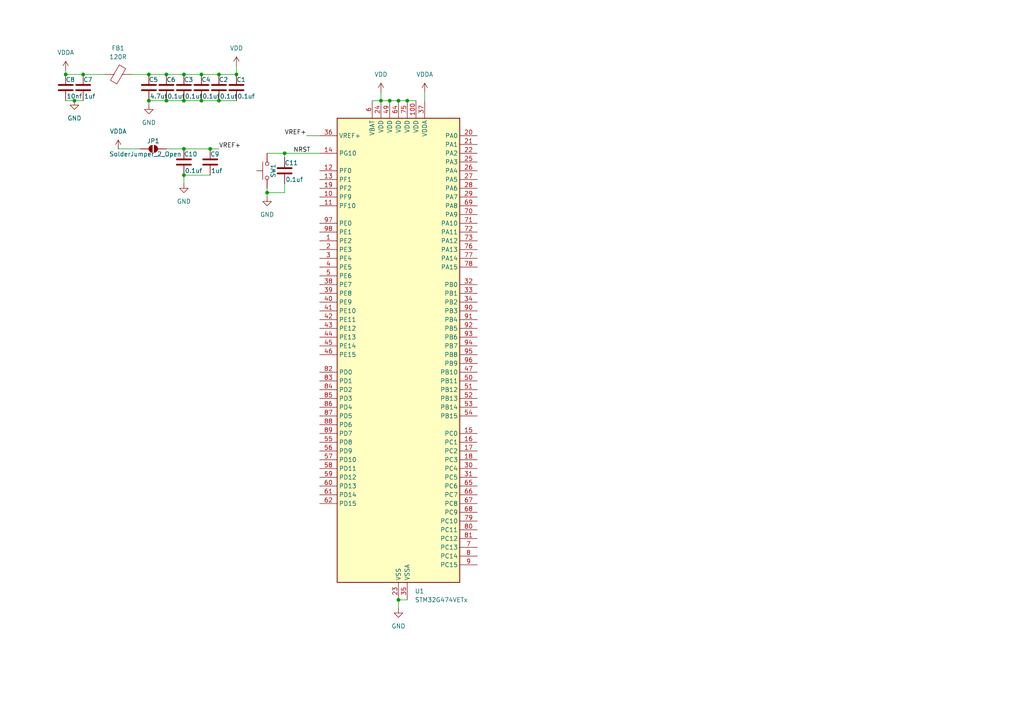
<source format=kicad_sch>
(kicad_sch (version 20231120) (generator "eeschema") (generator_version "8.0")
  (paper "A4")
  (lib_symbols
    (symbol "Device:C" (pin_numbers hide) (pin_names (offset 0.254))
      (property "Reference" "C" (at 0.635 2.54 0))
      (property "Value" "C" (at 0.635 -2.54 0))
      (symbol "C_0_1"
        (polyline (pts (xy -2.032 -0.762) (xy 2.032 -0.762)) (stroke (width 0.508)))
        (polyline (pts (xy -2.032 0.762) (xy 2.032 0.762)) (stroke (width 0.508)))
      )
      (symbol "C_1_1"
        (pin passive line (at 0 3.81 270) (length 2.794) (name "~") (number "1"))
        (pin passive line (at 0 -3.81 90) (length 2.794) (name "~") (number "2"))
      )
    )
    (symbol "Device:FerriteBead" (pin_numbers hide) (pin_names (offset 0))
      (property "Reference" "FB" (at -3.81 0.635 90))
      (property "Value" "FerriteBead" (at 3.81 0 90))
      (symbol "FerriteBead_0_1"
        (polyline (pts (xy 0 -1.27) (xy 0 -1.2192)))
        (polyline (pts (xy 0 1.27) (xy 0 1.2954)))
        (polyline (pts (xy -2.7686 0.4064) (xy -1.7018 2.2606) (xy 2.7686 -0.3048) (xy 1.6764 -2.159) (xy -2.7686 0.4064)))
      )
      (symbol "FerriteBead_1_1"
        (pin passive line (at 0 3.81 270) (length 2.54) (name "~") (number "1"))
        (pin passive line (at 0 -3.81 90) (length 2.54) (name "~") (number "2"))
      )
    )
    (symbol "Jumper:SolderJumper_2_Open" (pin_numbers hide) (pin_names (offset 0) hide) (exclude_from_sim yes) (in_bom no)
      (property "Reference" "JP" (at 0 2.032 0))
      (property "Value" "SolderJumper_2_Open" (at 0 -2.54 0))
      (symbol "SolderJumper_2_Open_0_1"
        (arc (start -0.254 1.016) (mid -1.2656 0) (end -0.254 -1.016))
        (arc (start -0.254 1.016) (mid -1.2656 0) (end -0.254 -1.016) (fill (type outline)))
        (polyline (pts (xy -0.254 1.016) (xy -0.254 -1.016)))
        (polyline (pts (xy 0.254 1.016) (xy 0.254 -1.016)))
        (arc (start 0.254 -1.016) (mid 1.2656 0) (end 0.254 1.016))
        (arc (start 0.254 -1.016) (mid 1.2656 0) (end 0.254 1.016) (fill (type outline)))
      )
      (symbol "SolderJumper_2_Open_1_1"
        (pin passive line (at -3.81 0 0) (length 2.54) (name "A") (number "1"))
        (pin passive line (at 3.81 0 180) (length 2.54) (name "B") (number "2"))
      )
    )
    (symbol "MCU_ST_STM32G4:STM32G474VETx"
      (property "Reference" "U" (at -17.78 69.85 0))
      (property "Value" "STM32G474VETx" (at 10.16 69.85 0))
      (symbol "STM32G474VETx_0_1"
        (rectangle (start -17.78 -66.04) (end 17.78 68.58) (stroke (width 0.254)) (fill (type background)))
      )
      (symbol "STM32G474VETx_1_1"
        (pin bidirectional line (at -22.86 33.02 0) (length 5.08) (name "PE2") (number "1"))
        (pin bidirectional line (at -22.86 45.72 0) (length 5.08) (name "PF9") (number "10"))
        (pin power_in line (at 5.08 73.66 270) (length 5.08) (name "VDD") (number "100"))
        (pin bidirectional line (at -22.86 43.18 0) (length 5.08) (name "PF10") (number "11"))
        (pin bidirectional line (at -22.86 53.34 0) (length 5.08) (name "PF0") (number "12"))
        (pin bidirectional line (at -22.86 50.8 0) (length 5.08) (name "PF1") (number "13"))
        (pin bidirectional line (at -22.86 58.42 0) (length 5.08) (name "PG10") (number "14"))
        (pin bidirectional line (at 22.86 -22.86 180) (length 5.08) (name "PC0") (number "15"))
        (pin bidirectional line (at 22.86 -25.4 180) (length 5.08) (name "PC1") (number "16"))
        (pin bidirectional line (at 22.86 -27.94 180) (length 5.08) (name "PC2") (number "17"))
        (pin bidirectional line (at 22.86 -30.48 180) (length 5.08) (name "PC3") (number "18"))
        (pin bidirectional line (at -22.86 48.26 0) (length 5.08) (name "PF2") (number "19"))
        (pin bidirectional line (at -22.86 30.48 0) (length 5.08) (name "PE3") (number "2"))
        (pin bidirectional line (at 22.86 63.5 180) (length 5.08) (name "PA0") (number "20"))
        (pin bidirectional line (at 22.86 60.96 180) (length 5.08) (name "PA1") (number "21"))
        (pin bidirectional line (at 22.86 58.42 180) (length 5.08) (name "PA2") (number "22"))
        (pin power_in line (at 0 -71.12 90) (length 5.08) (name "VSS") (number "23"))
        (pin power_in line (at -5.08 73.66 270) (length 5.08) (name "VDD") (number "24"))
        (pin bidirectional line (at 22.86 55.88 180) (length 5.08) (name "PA3") (number "25"))
        (pin bidirectional line (at 22.86 53.34 180) (length 5.08) (name "PA4") (number "26"))
        (pin bidirectional line (at 22.86 50.8 180) (length 5.08) (name "PA5") (number "27"))
        (pin bidirectional line (at 22.86 48.26 180) (length 5.08) (name "PA6") (number "28"))
        (pin bidirectional line (at 22.86 45.72 180) (length 5.08) (name "PA7") (number "29"))
        (pin bidirectional line (at -22.86 27.94 0) (length 5.08) (name "PE4") (number "3"))
        (pin bidirectional line (at 22.86 -33.02 180) (length 5.08) (name "PC4") (number "30"))
        (pin bidirectional line (at 22.86 -35.56 180) (length 5.08) (name "PC5") (number "31"))
        (pin bidirectional line (at 22.86 20.32 180) (length 5.08) (name "PB0") (number "32"))
        (pin bidirectional line (at 22.86 17.78 180) (length 5.08) (name "PB1") (number "33"))
        (pin bidirectional line (at 22.86 15.24 180) (length 5.08) (name "PB2") (number "34"))
        (pin power_in line (at 2.54 -71.12 90) (length 5.08) (name "VSSA") (number "35"))
        (pin input line (at -22.86 63.5 0) (length 5.08) (name "VREF+") (number "36"))
        (pin power_in line (at 7.62 73.66 270) (length 5.08) (name "VDDA") (number "37"))
        (pin bidirectional line (at -22.86 20.32 0) (length 5.08) (name "PE7") (number "38"))
        (pin bidirectional line (at -22.86 17.78 0) (length 5.08) (name "PE8") (number "39"))
        (pin bidirectional line (at -22.86 25.4 0) (length 5.08) (name "PE5") (number "4"))
        (pin bidirectional line (at -22.86 15.24 0) (length 5.08) (name "PE9") (number "40"))
        (pin bidirectional line (at -22.86 12.7 0) (length 5.08) (name "PE10") (number "41"))
        (pin bidirectional line (at -22.86 10.16 0) (length 5.08) (name "PE11") (number "42"))
        (pin bidirectional line (at -22.86 7.62 0) (length 5.08) (name "PE12") (number "43"))
        (pin bidirectional line (at -22.86 5.08 0) (length 5.08) (name "PE13") (number "44"))
        (pin bidirectional line (at -22.86 2.54 0) (length 5.08) (name "PE14") (number "45"))
        (pin bidirectional line (at -22.86 0 0) (length 5.08) (name "PE15") (number "46"))
        (pin bidirectional line (at 22.86 -5.08 180) (length 5.08) (name "PB10") (number "47"))
        (pin passive line (at 0 -71.12 90) (length 5.08) hide (name "VSS") (number "48"))
        (pin power_in line (at -2.54 73.66 270) (length 5.08) (name "VDD") (number "49"))
        (pin bidirectional line (at -22.86 22.86 0) (length 5.08) (name "PE6") (number "5"))
        (pin bidirectional line (at 22.86 -7.62 180) (length 5.08) (name "PB11") (number "50"))
        (pin bidirectional line (at 22.86 -10.16 180) (length 5.08) (name "PB12") (number "51"))
        (pin bidirectional line (at 22.86 -12.7 180) (length 5.08) (name "PB13") (number "52"))
        (pin bidirectional line (at 22.86 -15.24 180) (length 5.08) (name "PB14") (number "53"))
        (pin bidirectional line (at 22.86 -17.78 180) (length 5.08) (name "PB15") (number "54"))
        (pin bidirectional line (at -22.86 -25.4 0) (length 5.08) (name "PD8") (number "55"))
        (pin bidirectional line (at -22.86 -27.94 0) (length 5.08) (name "PD9") (number "56"))
        (pin bidirectional line (at -22.86 -30.48 0) (length 5.08) (name "PD10") (number "57"))
        (pin bidirectional line (at -22.86 -33.02 0) (length 5.08) (name "PD11") (number "58"))
        (pin bidirectional line (at -22.86 -35.56 0) (length 5.08) (name "PD12") (number "59"))
        (pin power_in line (at -7.62 73.66 270) (length 5.08) (name "VBAT") (number "6"))
        (pin bidirectional line (at -22.86 -38.1 0) (length 5.08) (name "PD13") (number "60"))
        (pin bidirectional line (at -22.86 -40.64 0) (length 5.08) (name "PD14") (number "61"))
        (pin bidirectional line (at -22.86 -43.18 0) (length 5.08) (name "PD15") (number "62"))
        (pin passive line (at 0 -71.12 90) (length 5.08) hide (name "VSS") (number "63"))
        (pin power_in line (at 0 73.66 270) (length 5.08) (name "VDD") (number "64"))
        (pin bidirectional line (at 22.86 -38.1 180) (length 5.08) (name "PC6") (number "65"))
        (pin bidirectional line (at 22.86 -40.64 180) (length 5.08) (name "PC7") (number "66"))
        (pin bidirectional line (at 22.86 -43.18 180) (length 5.08) (name "PC8") (number "67"))
        (pin bidirectional line (at 22.86 -45.72 180) (length 5.08) (name "PC9") (number "68"))
        (pin bidirectional line (at 22.86 43.18 180) (length 5.08) (name "PA8") (number "69"))
        (pin bidirectional line (at 22.86 -55.88 180) (length 5.08) (name "PC13") (number "7"))
        (pin bidirectional line (at 22.86 40.64 180) (length 5.08) (name "PA9") (number "70"))
        (pin bidirectional line (at 22.86 38.1 180) (length 5.08) (name "PA10") (number "71"))
        (pin bidirectional line (at 22.86 35.56 180) (length 5.08) (name "PA11") (number "72"))
        (pin bidirectional line (at 22.86 33.02 180) (length 5.08) (name "PA12") (number "73"))
        (pin passive line (at 0 -71.12 90) (length 5.08) hide (name "VSS") (number "74"))
        (pin power_in line (at 2.54 73.66 270) (length 5.08) (name "VDD") (number "75"))
        (pin bidirectional line (at 22.86 30.48 180) (length 5.08) (name "PA13") (number "76"))
        (pin bidirectional line (at 22.86 27.94 180) (length 5.08) (name "PA14") (number "77"))
        (pin bidirectional line (at 22.86 25.4 180) (length 5.08) (name "PA15") (number "78"))
        (pin bidirectional line (at 22.86 -48.26 180) (length 5.08) (name "PC10") (number "79"))
        (pin bidirectional line (at 22.86 -58.42 180) (length 5.08) (name "PC14") (number "8"))
        (pin bidirectional line (at 22.86 -50.8 180) (length 5.08) (name "PC11") (number "80"))
        (pin bidirectional line (at 22.86 -53.34 180) (length 5.08) (name "PC12") (number "81"))
        (pin bidirectional line (at -22.86 -5.08 0) (length 5.08) (name "PD0") (number "82"))
        (pin bidirectional line (at -22.86 -7.62 0) (length 5.08) (name "PD1") (number "83"))
        (pin bidirectional line (at -22.86 -10.16 0) (length 5.08) (name "PD2") (number "84"))
        (pin bidirectional line (at -22.86 -12.7 0) (length 5.08) (name "PD3") (number "85"))
        (pin bidirectional line (at -22.86 -15.24 0) (length 5.08) (name "PD4") (number "86"))
        (pin bidirectional line (at -22.86 -17.78 0) (length 5.08) (name "PD5") (number "87"))
        (pin bidirectional line (at -22.86 -20.32 0) (length 5.08) (name "PD6") (number "88"))
        (pin bidirectional line (at -22.86 -22.86 0) (length 5.08) (name "PD7") (number "89"))
        (pin bidirectional line (at 22.86 -60.96 180) (length 5.08) (name "PC15") (number "9"))
        (pin bidirectional line (at 22.86 12.7 180) (length 5.08) (name "PB3") (number "90"))
        (pin bidirectional line (at 22.86 10.16 180) (length 5.08) (name "PB4") (number "91"))
        (pin bidirectional line (at 22.86 7.62 180) (length 5.08) (name "PB5") (number "92"))
        (pin bidirectional line (at 22.86 5.08 180) (length 5.08) (name "PB6") (number "93"))
        (pin bidirectional line (at 22.86 2.54 180) (length 5.08) (name "PB7") (number "94"))
        (pin bidirectional line (at 22.86 0 180) (length 5.08) (name "PB8") (number "95"))
        (pin bidirectional line (at 22.86 -2.54 180) (length 5.08) (name "PB9") (number "96"))
        (pin bidirectional line (at -22.86 38.1 0) (length 5.08) (name "PE0") (number "97"))
        (pin bidirectional line (at -22.86 35.56 0) (length 5.08) (name "PE1") (number "98"))
        (pin passive line (at 0 -71.12 90) (length 5.08) hide (name "VSS") (number "99"))
      )
    )
    (symbol "Switch:SW_Push" (pin_numbers hide) (pin_names (offset 1.016) hide)
      (property "Reference" "SW" (at 1.27 2.54 0))
      (property "Value" "SW_Push" (at 0 -1.524 0))
      (symbol "SW_Push_0_1"
        (circle (center -2.032 0) (radius 0.508))
        (polyline (pts (xy 0 1.27) (xy 0 3.048)))
        (polyline (pts (xy 2.54 1.27) (xy -2.54 1.27)))
        (circle (center 2.032 0) (radius 0.508))
        (pin passive line (at -5.08 0 0) (length 2.54) (name "1") (number "1"))
        (pin passive line (at 5.08 0 180) (length 2.54) (name "2") (number "2"))
      )
    )
    (symbol "power:GND" (power) (pin_numbers hide) (pin_names (offset 0) hide)
      (property "Value" "GND" (at 0 -3.81 0))
      (symbol "GND_0_1"
        (polyline (pts (xy 0 0) (xy 0 -1.27) (xy 1.27 -1.27) (xy 0 -2.54) (xy -1.27 -1.27) (xy 0 -1.27)))
      )
      (symbol "GND_1_1"
        (pin power_in line (at 0 0 270) (length 0) (name "~") (number "1"))
      )
    )
    (symbol "power:VDD" (power) (pin_numbers hide) (pin_names (offset 0) hide)
      (property "Value" "VDD" (at 0 3.556 0))
      (symbol "VDD_0_1"
        (polyline (pts (xy -0.762 1.27) (xy 0 2.54)))
        (polyline (pts (xy 0 0) (xy 0 2.54)))
        (polyline (pts (xy 0 2.54) (xy 0.762 1.27)))
      )
      (symbol "VDD_1_1"
        (pin power_in line (at 0 0 90) (length 0) (name "~") (number "1"))
      )
    )
    (symbol "power:VDDA" (power) (pin_numbers hide) (pin_names (offset 0) hide)
      (property "Value" "VDDA" (at 0 3.556 0))
      (symbol "VDDA_0_1"
        (polyline (pts (xy -0.762 1.27) (xy 0 2.54)))
        (polyline (pts (xy 0 0) (xy 0 2.54)))
        (polyline (pts (xy 0 2.54) (xy 0.762 1.27)))
      )
      (symbol "VDDA_1_1"
        (pin power_in line (at 0 0 90) (length 0) (name "~") (number "1"))
      )
    )
  )
  (junction (at 53.34 29.21))
  (junction (at 60.96 43.18))
  (junction (at 24.13 21.59))
  (junction (at 53.34 21.59))
  (junction (at 82.55 44.45))
  (junction (at 21.59 29.21))
  (junction (at 58.42 29.21))
  (junction (at 113.03 29.21))
  (junction (at 115.57 29.21))
  (junction (at 53.34 43.18))
  (junction (at 118.11 29.21))
  (junction (at 115.57 173.99))
  (junction (at 43.18 21.59))
  (junction (at 48.26 29.21))
  (junction (at 43.18 29.21))
  (junction (at 19.05 21.59))
  (junction (at 110.49 29.21))
  (junction (at 53.34 50.8))
  (junction (at 63.5 29.21))
  (junction (at 68.58 21.59))
  (junction (at 58.42 21.59))
  (junction (at 48.26 21.59))
  (junction (at 77.47 55.88))
  (junction (at 63.5 21.59))
  (wire (pts (xy 107.95 29.21) (xy 110.49 29.21)))
  (wire (pts (xy 110.49 26.67) (xy 110.49 29.21)))
  (wire (pts (xy 115.57 173.99) (xy 118.11 173.99)))
  (wire (pts (xy 77.47 55.88) (xy 82.55 55.88)))
  (wire (pts (xy 53.34 50.8) (xy 60.96 50.8)))
  (wire (pts (xy 115.57 29.21) (xy 118.11 29.21)))
  (wire (pts (xy 63.5 21.59) (xy 68.58 21.59)))
  (wire (pts (xy 88.9 39.37) (xy 92.71 39.37)))
  (wire (pts (xy 38.1 21.59) (xy 43.18 21.59)))
  (wire (pts (xy 24.13 21.59) (xy 30.48 21.59)))
  (wire (pts (xy 113.03 29.21) (xy 115.57 29.21)))
  (wire (pts (xy 48.26 29.21) (xy 43.18 29.21)))
  (wire (pts (xy 53.34 43.18) (xy 48.26 43.18)))
  (wire (pts (xy 58.42 21.59) (xy 63.5 21.59)))
  (wire (pts (xy 19.05 29.21) (xy 21.59 29.21)))
  (wire (pts (xy 53.34 29.21) (xy 48.26 29.21)))
  (wire (pts (xy 43.18 29.21) (xy 43.18 30.48)))
  (wire (pts (xy 34.29 43.18) (xy 40.64 43.18)))
  (wire (pts (xy 82.55 53.34) (xy 82.55 55.88)))
  (wire (pts (xy 53.34 21.59) (xy 58.42 21.59)))
  (wire (pts (xy 82.55 44.45) (xy 82.55 45.72)))
  (wire (pts (xy 53.34 43.18) (xy 60.96 43.18)))
  (wire (pts (xy 43.18 21.59) (xy 48.26 21.59)))
  (wire (pts (xy 68.58 29.21) (xy 63.5 29.21)))
  (wire (pts (xy 63.5 29.21) (xy 58.42 29.21)))
  (wire (pts (xy 53.34 53.34) (xy 53.34 50.8)))
  (wire (pts (xy 19.05 20.32) (xy 19.05 21.59)))
  (wire (pts (xy 21.59 29.21) (xy 24.13 29.21)))
  (wire (pts (xy 77.47 44.45) (xy 82.55 44.45)))
  (wire (pts (xy 123.19 26.67) (xy 123.19 29.21)))
  (wire (pts (xy 19.05 21.59) (xy 24.13 21.59)))
  (wire (pts (xy 48.26 21.59) (xy 53.34 21.59)))
  (wire (pts (xy 68.58 19.05) (xy 68.58 21.59)))
  (wire (pts (xy 63.5 43.18) (xy 60.96 43.18)))
  (wire (pts (xy 110.49 29.21) (xy 113.03 29.21)))
  (wire (pts (xy 118.11 29.21) (xy 120.65 29.21)))
  (wire (pts (xy 82.55 44.45) (xy 92.71 44.45)))
  (wire (pts (xy 77.47 55.88) (xy 77.47 57.15)))
  (wire (pts (xy 77.47 54.61) (xy 77.47 55.88)))
  (wire (pts (xy 58.42 29.21) (xy 53.34 29.21)))
  (wire (pts (xy 115.57 176.53) (xy 115.57 173.99)))
  (label "VREF+" (at 88.9 39.37 180))
  (label "NRST" (at 85.09 44.45 0))
  (label "VREF+" (at 63.5 43.18 0))
  (symbol (lib_id "power:GND") (at 43.18 30.48 0) (unit 1)
    (property "Reference" "#PWR04" (effects (hide yes)))
    (property "Value" "GND" (at 43.18 35.56 0))
    (property "Description" "Power symbol creates a global label with name \"GND\" , ground" (effects (hide yes)))
  )
  (symbol (lib_id "Device:FerriteBead") (at 34.29 21.59 90) (unit 1)
    (property "Reference" "FB1" (at 34.2392 13.97 90))
    (property "Value" "120R" (at 34.2392 16.51 90))
    (property "Description" "Ferrite bead" (effects (hide yes)))
  )
  (symbol (lib_id "Device:C") (at 19.05 25.4 0) (unit 1)
    (property "Reference" "C8" (at 19.05 23.114 0) (effects (justify left)))
    (property "Value" "10nf" (at 19.304 27.94 0) (effects (justify left)))
    (property "Description" "Unpolarized capacitor" (effects (hide yes)))
  )
  (symbol (lib_id "Device:C") (at 48.26 25.4 0) (unit 1)
    (property "Reference" "C6" (at 48.26 23.114 0) (effects (justify left)))
    (property "Value" "0.1uf" (at 48.514 27.94 0) (effects (justify left)))
    (property "Description" "Unpolarized capacitor" (effects (hide yes)))
  )
  (symbol (lib_id "Device:C") (at 58.42 25.4 0) (unit 1)
    (property "Reference" "C4" (at 58.42 23.114 0) (effects (justify left)))
    (property "Value" "0.1uf" (at 58.674 27.94 0) (effects (justify left)))
    (property "Description" "Unpolarized capacitor" (effects (hide yes)))
  )
  (symbol (lib_id "Device:C") (at 43.18 25.4 0) (unit 1)
    (property "Reference" "C5" (at 43.18 23.114 0) (effects (justify left)))
    (property "Value" "4.7uf" (at 43.434 27.94 0) (effects (justify left)))
    (property "Description" "Unpolarized capacitor" (effects (hide yes)))
  )
  (symbol (lib_id "power:VDD") (at 68.58 19.05 0) (unit 1)
    (property "Reference" "#PWR03" (effects (hide yes)))
    (property "Value" "VDD" (at 68.58 13.97 0))
    (property "Description" "Power symbol creates a global label with name \"VDD\"" (effects (hide yes)))
  )
  (symbol (lib_id "power:GND") (at 21.59 29.21 0) (unit 1)
    (property "Reference" "#PWR07" (effects (hide yes)))
    (property "Value" "GND" (at 21.59 34.29 0))
    (property "Description" "Power symbol creates a global label with name \"GND\" , ground" (effects (hide yes)))
  )
  (symbol (lib_id "power:VDDA") (at 123.19 26.67 0) (unit 1)
    (property "Reference" "#PWR02" (effects (hide yes)))
    (property "Value" "VDDA" (at 123.19 21.59 0))
    (property "Description" "Power symbol creates a global label with name \"VDDA\"" (effects (hide yes)))
  )
  (symbol (lib_id "Switch:SW_Push") (at 77.47 49.53 90) (unit 1)
    (property "Reference" "SW1" (at 79.248 49.53 0))
    (property "Value" "SW_Push" (effects (hide yes)))
    (property "Description" "Push button switch, generic, two pins" (effects (hide yes)))
  )
  (symbol (lib_id "Jumper:SolderJumper_2_Open") (at 44.45 43.18 0) (unit 1) (exclude_from_sim yes) (in_bom no)
    (property "Reference" "JP1" (at 44.45 40.894 0))
    (property "Value" "SolderJumper_2_Open" (at 42.164 44.704 0))
    (property "Description" "Solder Jumper, 2-pole, open" (effects (hide yes)))
  )
  (symbol (lib_id "Device:C") (at 68.58 25.4 0) (unit 1)
    (property "Reference" "C1" (at 68.58 23.114 0) (effects (justify left)))
    (property "Value" "0.1uf" (at 68.834 27.94 0) (effects (justify left)))
    (property "Description" "Unpolarized capacitor" (effects (hide yes)))
  )
  (symbol (lib_id "MCU_ST_STM32G4:STM32G474VETx") (at 115.57 102.87 0) (unit 1)
    (property "Reference" "U1" (at 120.3041 171.45 0) (effects (justify left)))
    (property "Value" "STM32G474VETx" (at 120.3041 173.99 0) (effects (justify left)))
    (property "Footprint" "Package_QFP:LQFP-100_14x14mm_P0.5mm" (effects (hide yes)))
    (property "Datasheet" "https://www.st.com/resource/en/datasheet/stm32g474ve.pdf" (effects (hide yes)))
    (property "Description" "STMicroelectronics Arm Cortex-M4 MCU, 512KB flash, 128KB RAM, 170 MHz, 1.71-3.6V, 86 GPIO, LQFP100" (effects (hide yes)))
  )
  (symbol (lib_id "Device:C") (at 60.96 46.99 0) (unit 1)
    (property "Reference" "C9" (at 60.96 44.704 0) (effects (justify left)))
    (property "Value" "1uf" (at 61.214 49.53 0) (effects (justify left)))
    (property "Description" "Unpolarized capacitor" (effects (hide yes)))
  )
  (symbol (lib_id "Device:C") (at 53.34 46.99 0) (unit 1)
    (property "Reference" "C10" (at 53.34 44.704 0) (effects (justify left)))
    (property "Value" "0.1uf" (at 53.594 49.53 0) (effects (justify left)))
    (property "Description" "Unpolarized capacitor" (effects (hide yes)))
  )
  (symbol (lib_id "Device:C") (at 24.13 25.4 0) (unit 1)
    (property "Reference" "C7" (at 24.13 23.114 0) (effects (justify left)))
    (property "Value" "1uf" (at 24.384 27.94 0) (effects (justify left)))
    (property "Description" "Unpolarized capacitor" (effects (hide yes)))
  )
  (symbol (lib_id "power:GND") (at 77.47 57.15 0) (unit 1)
    (property "Reference" "#PWR010" (effects (hide yes)))
    (property "Value" "GND" (at 77.47 62.23 0))
    (property "Description" "Power symbol creates a global label with name \"GND\" , ground" (effects (hide yes)))
  )
  (symbol (lib_id "power:GND") (at 115.57 176.53 0) (unit 1)
    (property "Reference" "#PWR06" (effects (hide yes)))
    (property "Value" "GND" (at 115.57 181.61 0))
    (property "Description" "Power symbol creates a global label with name \"GND\" , ground" (effects (hide yes)))
  )
  (symbol (lib_id "power:VDDA") (at 19.05 20.32 0) (unit 1)
    (property "Reference" "#PWR05" (effects (hide yes)))
    (property "Value" "VDDA" (at 19.05 15.24 0))
    (property "Description" "Power symbol creates a global label with name \"VDDA\"" (effects (hide yes)))
  )
  (symbol (lib_id "Device:C") (at 53.34 25.4 0) (unit 1)
    (property "Reference" "C3" (at 53.34 23.114 0) (effects (justify left)))
    (property "Value" "0.1uf" (at 53.594 27.94 0) (effects (justify left)))
    (property "Description" "Unpolarized capacitor" (effects (hide yes)))
  )
  (symbol (lib_id "Device:C") (at 63.5 25.4 0) (unit 1)
    (property "Reference" "C2" (at 63.5 23.114 0) (effects (justify left)))
    (property "Value" "0.1uf" (at 63.754 27.94 0) (effects (justify left)))
    (property "Description" "Unpolarized capacitor" (effects (hide yes)))
  )
  (symbol (lib_id "power:VDDA") (at 34.29 43.18 0) (unit 1)
    (property "Reference" "#PWR09" (effects (hide yes)))
    (property "Value" "VDDA" (at 34.29 38.1 0))
    (property "Description" "Power symbol creates a global label with name \"VDDA\"" (effects (hide yes)))
  )
  (symbol (lib_id "Device:C") (at 82.55 49.53 0) (unit 1)
    (property "Reference" "C11" (at 82.55 47.244 0) (effects (justify left)))
    (property "Value" "0.1uf" (at 82.804 52.07 0) (effects (justify left)))
    (property "Description" "Unpolarized capacitor" (effects (hide yes)))
  )
  (symbol (lib_id "power:VDD") (at 110.49 26.67 0) (unit 1)
    (property "Reference" "#PWR01" (effects (hide yes)))
    (property "Value" "VDD" (at 110.49 21.59 0))
    (property "Description" "Power symbol creates a global label with name \"VDD\"" (effects (hide yes)))
  )
  (symbol (lib_id "power:GND") (at 53.34 53.34 0) (unit 1)
    (property "Reference" "#PWR08" (effects (hide yes)))
    (property "Value" "GND" (at 53.34 58.42 0))
    (property "Description" "Power symbol creates a global label with name \"GND\" , ground" (effects (hide yes)))
  )
)
</source>
